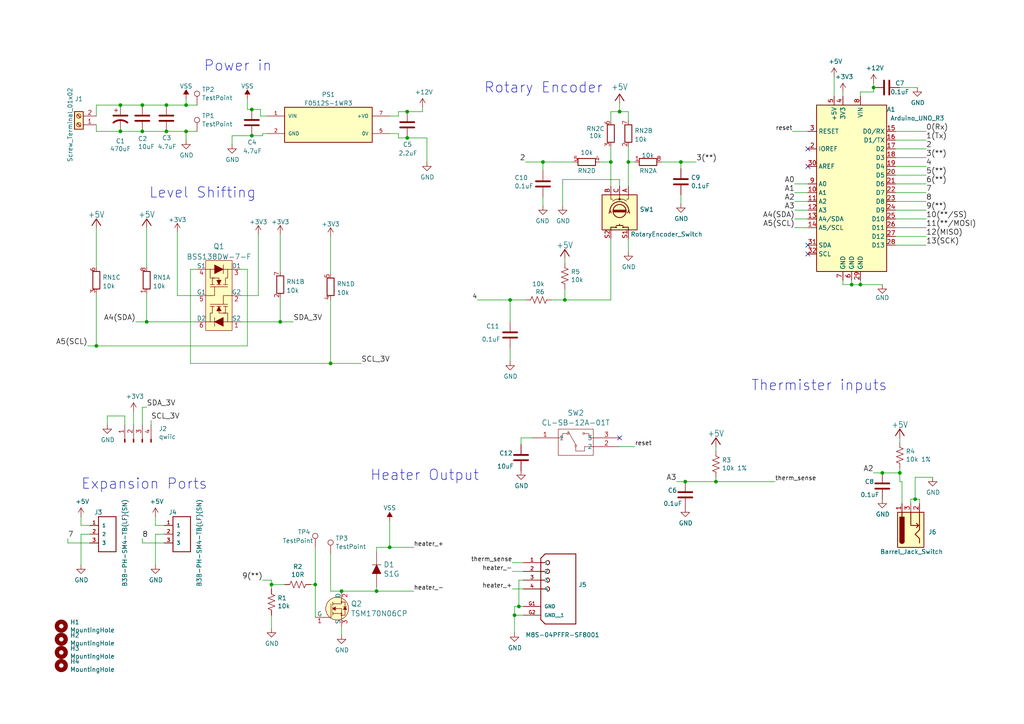
<source format=kicad_sch>
(kicad_sch (version 20230121) (generator eeschema)
  (paper "A4")
  (title_block (title "Ball Heater Controller") (date "2023-10-19") (rev "V 1") (company "Maimon Lab") (comment 1 "Jazz Weisman"))
  (lib_symbols
    (symbol "B3B-PH-SM4-TB_LF__SN_:B3B-PH-SM4-TB(LF)(SN)" (pin_names (offset 1.016))
      (property "Reference" "J" (at -2.54 5.588 0))
      (property "Value" "B3B-PH-SM4-TB(LF)(SN)" (at -2.54 -7.62 0))
      (symbol "B3B-PH-SM4-TB(LF)(SN)_0_0"
        (pin passive line (at -5.08 2.54 0) (length 2.54) (name "1") (number "1"))
        (pin passive line (at -5.08 0 0) (length 2.54) (name "2") (number "2"))
        (pin passive line (at -5.08 -2.54 0) (length 2.54) (name "3") (number "3"))
      )
    )
    (symbol "Connector:Barrel_Jack_Switch" (pin_names hide)
      (property "Reference" "J" (at 0 5.334 0))
      (property "Value" "Barrel_Jack_Switch" (at 0 -5.08 0))
      (symbol "Barrel_Jack_Switch_1_1"
        (pin passive line (at 7.62 2.54 180) (length 2.54) (name "~") (number "1"))
        (pin passive line (at 7.62 -2.54 180) (length 2.54) (name "~") (number "2"))
        (pin passive line (at 7.62 0 180) (length 2.54) (name "~") (number "3"))
      )
    )
    (symbol "Connector:Conn_01x04_Male" (pin_names (offset 1.016) hide)
      (property "Reference" "J" (at 0 5.08 0))
      (property "Value" "Conn_01x04_Male" (at 0 -7.62 0))
      (symbol "Conn_01x04_Male_1_1"
        (pin passive line (at 5.08 2.54 180) (length 3.81) (name "Pin_1") (number "1"))
        (pin passive line (at 5.08 0 180) (length 3.81) (name "Pin_2") (number "2"))
        (pin passive line (at 5.08 -2.54 180) (length 3.81) (name "Pin_3") (number "3"))
        (pin passive line (at 5.08 -5.08 180) (length 3.81) (name "Pin_4") (number "4"))
      )
    )
    (symbol "Connector:Screw_Terminal_01x02" (pin_names (offset 1.016) hide)
      (property "Reference" "J" (at 0 2.54 0))
      (property "Value" "Screw_Terminal_01x02" (at 0 -5.08 0))
      (symbol "Screw_Terminal_01x02_1_1"
        (pin passive line (at -5.08 0 0) (length 3.81) (name "Pin_1") (number "1"))
        (pin passive line (at -5.08 -2.54 0) (length 3.81) (name "Pin_2") (number "2"))
      )
    )
    (symbol "Connector:TestPoint" (pin_numbers hide) (pin_names (offset 0.762) hide)
      (property "Reference" "TP" (at 0 6.858 0))
      (property "Value" "TestPoint" (at 0 5.08 0))
      (symbol "TestPoint_1_1"
        (pin passive line (at 0 0 90) (length 2.54) (name "1") (number "1"))
      )
    )
    (symbol "Device:C" (pin_numbers hide) (pin_names (offset 0.254))
      (property "Reference" "C" (at 0.635 2.54 0))
      (property "Value" "C" (at 0.635 -2.54 0))
      (symbol "C_1_1"
        (pin passive line (at 0 3.81 270) (length 2.794) (name "~") (number "1"))
        (pin passive line (at 0 -3.81 90) (length 2.794) (name "~") (number "2"))
      )
    )
    (symbol "Device:R_Pack04_Split" (pin_names (offset 0) hide)
      (property "Reference" "RN" (at 2.032 0 90))
      (property "Value" "R_Pack04_Split" (at 0 0 90))
      (symbol "R_Pack04_Split_1_1"
        (pin passive line (at 0 -3.81 90) (length 1.27) (name "R1.1") (number "1"))
        (pin passive line (at 0 3.81 270) (length 1.27) (name "R1.2") (number "8"))
      )
      (symbol "R_Pack04_Split_2_1"
        (pin passive line (at 0 -3.81 90) (length 1.27) (name "R2.1") (number "2"))
        (pin passive line (at 0 3.81 270) (length 1.27) (name "R2.2") (number "7"))
      )
      (symbol "R_Pack04_Split_3_1"
        (pin passive line (at 0 -3.81 90) (length 1.27) (name "R3.1") (number "3"))
        (pin passive line (at 0 3.81 270) (length 1.27) (name "R3.2") (number "6"))
      )
      (symbol "R_Pack04_Split_4_1"
        (pin passive line (at 0 -3.81 90) (length 1.27) (name "R4.1") (number "4"))
        (pin passive line (at 0 3.81 270) (length 1.27) (name "R4.2") (number "5"))
      )
    )
    (symbol "Device:R_US" (pin_numbers hide) (pin_names (offset 0))
      (property "Reference" "R" (at 2.54 0 90))
      (property "Value" "R_US" (at -2.54 0 90))
      (symbol "R_US_1_1"
        (pin passive line (at 0 3.81 270) (length 1.27) (name "~") (number "1"))
        (pin passive line (at 0 -3.81 90) (length 1.27) (name "~") (number "2"))
      )
    )
    (symbol "Device:RotaryEncoder_Switch" (pin_names (offset 0.254) hide)
      (property "Reference" "SW" (at 0 6.604 0))
      (property "Value" "RotaryEncoder_Switch" (at 0 -6.604 0))
      (symbol "RotaryEncoder_Switch_1_1"
        (pin passive line (at -7.62 2.54 0) (length 2.54) (name "A") (number "A"))
        (pin passive line (at -7.62 -2.54 0) (length 2.54) (name "B") (number "B"))
        (pin passive line (at -7.62 0 0) (length 2.54) (name "C") (number "C"))
        (pin passive line (at 7.62 2.54 180) (length 2.54) (name "S1") (number "S1"))
        (pin passive line (at 7.62 -2.54 180) (length 2.54) (name "S2") (number "S2"))
      )
    )
    (symbol "Light-and-Sugar-Controller-rescue:Arduino_UNO_R3-MCU_Module"
      (property "Reference" "A" (at -5.08 26.67 0))
      (property "Value" "Arduino_UNO_R3-MCU_Module" (at -5.08 24.13 0))
      (symbol "Arduino_UNO_R3-MCU_Module_1_1"
        (pin no_connect line (at -12.7 -20.32 0) (length 2.54) hide (name "NC") (number "1"))
        (pin bidirectional line (at 12.7 -2.54 180) (length 2.54) (name "A1") (number "10"))
        (pin bidirectional line (at 12.7 -5.08 180) (length 2.54) (name "A2") (number "11"))
        (pin bidirectional line (at 12.7 -7.62 180) (length 2.54) (name "A3") (number "12"))
        (pin bidirectional line (at 12.7 -10.16 180) (length 2.54) (name "A4/SDA") (number "13"))
        (pin bidirectional line (at 12.7 -12.7 180) (length 2.54) (name "A5/SCL") (number "14"))
        (pin bidirectional line (at -12.7 15.24 0) (length 2.54) (name "D0/RX") (number "15"))
        (pin bidirectional line (at -12.7 12.7 0) (length 2.54) (name "D1/TX") (number "16"))
        (pin bidirectional line (at -12.7 10.16 0) (length 2.54) (name "D2") (number "17"))
        (pin bidirectional line (at -12.7 7.62 0) (length 2.54) (name "D3") (number "18"))
        (pin bidirectional line (at -12.7 5.08 0) (length 2.54) (name "D4") (number "19"))
        (pin output line (at 12.7 10.16 180) (length 2.54) (name "IOREF") (number "2"))
        (pin bidirectional line (at -12.7 2.54 0) (length 2.54) (name "D5") (number "20"))
        (pin bidirectional line (at -12.7 0 0) (length 2.54) (name "D6") (number "21"))
        (pin bidirectional line (at -12.7 -2.54 0) (length 2.54) (name "D7") (number "22"))
        (pin bidirectional line (at -12.7 -5.08 0) (length 2.54) (name "D8") (number "23"))
        (pin bidirectional line (at -12.7 -7.62 0) (length 2.54) (name "D9") (number "24"))
        (pin bidirectional line (at -12.7 -10.16 0) (length 2.54) (name "D10") (number "25"))
        (pin bidirectional line (at -12.7 -12.7 0) (length 2.54) (name "D11") (number "26"))
        (pin bidirectional line (at -12.7 -15.24 0) (length 2.54) (name "D12") (number "27"))
        (pin bidirectional line (at -12.7 -17.78 0) (length 2.54) (name "D13") (number "28"))
        (pin power_in line (at -2.54 -27.94 90) (length 2.54) (name "GND") (number "29"))
        (pin input line (at 12.7 15.24 180) (length 2.54) (name "RESET") (number "3"))
        (pin input line (at 12.7 5.08 180) (length 2.54) (name "AREF") (number "30"))
        (pin bidirectional line (at 12.7 -17.78 180) (length 2.54) (name "SDA") (number "31"))
        (pin bidirectional line (at 12.7 -20.32 180) (length 2.54) (name "SCL") (number "32"))
        (pin power_out line (at 2.54 25.4 270) (length 2.54) (name "3V3") (number "4"))
        (pin power_out line (at 5.08 25.4 270) (length 2.54) (name "+5V") (number "5"))
        (pin power_in line (at 0 -27.94 90) (length 2.54) (name "GND") (number "6"))
        (pin power_in line (at 2.54 -27.94 90) (length 2.54) (name "GND") (number "7"))
        (pin power_in line (at -2.54 25.4 270) (length 2.54) (name "VIN") (number "8"))
        (pin bidirectional line (at 12.7 0 180) (length 2.54) (name "A0") (number "9"))
      )
    )
    (symbol "Light-and-Sugar-Controller-rescue:CP1-Device" (pin_numbers hide) (pin_names (offset 0.254) hide)
      (property "Reference" "C" (at 0.635 2.54 0))
      (property "Value" "CP1-Device" (at 0.635 -2.54 0))
      (symbol "CP1-Device_1_1"
        (pin passive line (at 0 3.81 270) (length 2.794) (name "~") (number "1"))
        (pin passive line (at 0 -3.81 90) (length 3.302) (name "~") (number "2"))
      )
    )
    (symbol "Mechanical:MountingHole" (pin_names (offset 1.016))
      (property "Reference" "H" (at 0 5.08 0))
      (property "Value" "MountingHole" (at 0 3.175 0))
    )
    (symbol "Misc_Custom:CL-SB-12A-01T" (pin_names (offset 0.254))
      (property "Reference" "SW" (at 12.7 7.62 0))
      (property "Value" "CL-SB-12A-01T" (at 12.7 5.08 0))
      (symbol "CL-SB-12A-01T_0_1"
        (pin unspecified line (at 0 0 0) (length 7.62) (name "1") (number "1"))
        (pin unspecified line (at 25.4 -2.54 180) (length 7.62) (name "2") (number "2"))
        (pin unspecified line (at 25.4 0 180) (length 7.62) (name "3") (number "3"))
      )
    )
    (symbol "Misc_Custom:F0512S-1WR3" (pin_names (offset 1.016))
      (property "Reference" "PS" (at -12.7 6.35 0))
      (property "Value" "F0512S-1WR3" (at -12.7 -7.62 0))
      (symbol "F0512S-1WR3_0_0"
        (pin input line (at -17.78 2.54 0) (length 5.08) (name "VIN") (number "1"))
        (pin power_in line (at -17.78 -2.54 0) (length 5.08) (name "GND") (number "2"))
        (pin passive line (at 17.78 -2.54 180) (length 5.08) (name "0V") (number "5"))
        (pin output line (at 17.78 2.54 180) (length 5.08) (name "+VO") (number "7"))
      )
    )
    (symbol "Misc_Custom:M8S-04PFFR-SF8001" (pin_names (offset 1.016))
      (property "Reference" "J" (at -5.08 8.89 0))
      (property "Value" "M8S-04PFFR-SF8001" (at -5.08 -15.24 0))
      (symbol "M8S-04PFFR-SF8001_0_0"
        (pin passive line (at 10.16 5.08 180) (length 5.08) (name "1") (number "1"))
        (pin passive line (at 10.16 2.54 180) (length 5.08) (name "2") (number "2"))
        (pin passive line (at 10.16 0 180) (length 5.08) (name "3") (number "3"))
        (pin passive line (at 10.16 -2.54 180) (length 5.08) (name "4") (number "4"))
        (pin power_in line (at 10.16 -7.62 180) (length 5.08) (name "GND") (number "G1"))
        (pin power_in line (at 10.16 -10.16 180) (length 5.08) (name "GND__1") (number "G2"))
      )
    )
    (symbol "Misc_Custom:TSM170N06CP" (pin_names (offset 0))
      (property "Reference" "Q" (at -2.6924 3.6322 0))
      (property "Value" "TSM170N06CP" (at 3.4544 0 90))
      (symbol "TSM170N06CP_1_1"
        (pin bidirectional line (at -7.62 -2.54 0) (length 2.54) (name "G") (number "1"))
        (pin bidirectional line (at 0 5.08 270) (length 2.54) (name "D") (number "2"))
        (pin bidirectional line (at 0 -5.08 90) (length 2.54) (name "S") (number "3"))
      )
    )
    (symbol "ball_heater_controller-eagle-import:+5V" (power)
      (property "Value" "+5V" (at -2.54 -5.08 90))
      (symbol "+5V_1_0"
        (pin power_in line (at 0 -2.54 90) (length 2.54) (name "+5V") (number "1"))
      )
    )
    (symbol "dk_Diodes-Rectifiers-Single:S1G" (pin_numbers hide) (pin_names (offset 0) hide)
      (property "Reference" "D" (at 0 2.54 0))
      (property "Value" "S1G" (at 0 -2.54 0))
      (symbol "S1G_1_1"
        (pin passive line (at -5.08 0 0) (length 3.81) (name "~") (number "A"))
        (pin passive line (at 5.08 0 180) (length 3.81) (name "~") (number "K"))
      )
    )
    (symbol "dk_Transistors-FETs-MOSFETs-Arrays:BSS138DW-7-F" (pin_names (offset 0))
      (property "Reference" "Q" (at -5.08 8.89 0))
      (property "Value" "BSS138DW-7-F" (at -5.08 -15.24 0))
      (symbol "BSS138DW-7-F_1_1"
        (pin input line (at 5.08 -10.16 180) (length 2.54) (name "S2") (number "1"))
        (pin input line (at 5.08 -2.54 180) (length 2.54) (name "G2") (number "2"))
        (pin output line (at 5.08 5.08 180) (length 2.54) (name "D1") (number "3"))
        (pin input line (at -7.62 5.08 0) (length 2.54) (name "S1") (number "4"))
        (pin input line (at -7.62 -2.54 0) (length 2.54) (name "G1") (number "5"))
        (pin output line (at -7.62 -10.16 0) (length 2.54) (name "D2") (number "6"))
      )
    )
    (symbol "power:+12V" (power) (pin_names (offset 0))
      (property "Value" "+12V" (at 0 3.556 0))
      (symbol "+12V_1_1"
        (pin power_in line (at 0 0 90) (length 0) hide (name "+12V") (number "1"))
      )
    )
    (symbol "power:+3V3" (power) (pin_names (offset 0))
      (property "Value" "+3V3" (at 0 3.556 0))
      (symbol "+3V3_1_1"
        (pin power_in line (at 0 0 90) (length 0) hide (name "+3V3") (number "1"))
      )
    )
    (symbol "power:+5V" (power) (pin_names (offset 0))
      (property "Value" "+5V" (at 0 3.556 0))
      (symbol "+5V_1_1"
        (pin power_in line (at 0 0 90) (length 0) hide (name "+5V") (number "1"))
      )
    )
    (symbol "power:GND" (power) (pin_names (offset 0))
      (property "Value" "GND" (at 0 -3.81 0))
      (symbol "GND_1_1"
        (pin power_in line (at 0 0 270) (length 0) hide (name "GND") (number "1"))
      )
    )
    (symbol "power:VSS" (power) (pin_names (offset 0))
      (property "Value" "VSS" (at 0 3.81 0))
      (symbol "VSS_1_1"
        (pin power_in line (at 0 0 90) (length 0) hide (name "VSS") (number "1"))
      )
    )
  )
  (junction (at 163.83 86.995))
  (junction (at 150.495 175.895))
  (junction (at 177.165 46.99))
  (junction (at 197.485 46.99))
  (junction (at 41.275 30.48))
  (junction (at 249.555 82.55))
  (junction (at 198.755 139.7))
  (junction (at 253.365 25.4))
  (junction (at 91.44 169.545))
  (junction (at 95.885 105.41))
  (junction (at 118.11 40.005))
  (junction (at 78.74 169.545))
  (junction (at 48.26 38.1))
  (junction (at 53.975 38.1))
  (junction (at 34.925 30.48))
  (junction (at 48.26 30.48))
  (junction (at 34.925 38.1))
  (junction (at 41.275 38.1))
  (junction (at 260.985 137.16))
  (junction (at 157.48 46.99))
  (junction (at 182.245 46.99))
  (junction (at 53.975 30.48))
  (junction (at 73.025 39.37))
  (junction (at 73.025 31.75))
  (junction (at 149.225 178.435))
  (junction (at 109.22 171.45))
  (junction (at 99.06 171.45))
  (junction (at 247.015 82.55))
  (junction (at 42.545 93.345))
  (junction (at 265.43 144.78))
  (junction (at 207.645 139.7))
  (junction (at 255.905 137.16))
  (junction (at 113.03 158.75))
  (junction (at 147.955 86.995))
  (junction (at 118.11 32.385))
  (junction (at 179.705 32.385))
  (junction (at 27.94 100.33))
  (junction (at 81.28 93.345))
  (no_connect (at 234.315 73.66))
  (no_connect (at 234.315 43.18))
  (no_connect (at 234.315 71.12))
  (no_connect (at 234.315 48.26))
  (no_connect (at 179.705 127))
  (wire (pts (xy 78.74 182.245) (xy 78.74 178.435)))
  (wire (pts (xy 268.605 55.88) (xy 259.715 55.88)))
  (wire (pts (xy 163.83 74.93) (xy 163.83 76.2)))
  (wire (pts (xy 230.505 53.34) (xy 234.315 53.34)))
  (wire (pts (xy 77.47 33.655) (xy 75.565 33.655)))
  (wire (pts (xy 34.925 30.48) (xy 27.94 30.48)))
  (wire (pts (xy 268.605 71.12) (xy 259.715 71.12)))
  (wire (pts (xy 95.885 105.41) (xy 55.245 105.41)))
  (wire (pts (xy 27.94 100.33) (xy 25.4 100.33)))
  (wire (pts (xy 115.57 32.385) (xy 118.11 32.385)))
  (wire (pts (xy 118.11 40.005) (xy 123.825 40.005)))
  (wire (pts (xy 42.545 77.47) (xy 42.545 66.04)))
  (wire (pts (xy 261.62 139.7) (xy 260.985 139.7)))
  (wire (pts (xy 207.645 129.54) (xy 207.645 130.81)))
  (wire (pts (xy 34.925 30.48) (xy 41.275 30.48)))
  (wire (pts (xy 95.885 160.655) (xy 95.885 171.45)))
  (wire (pts (xy 95.885 68.58) (xy 95.885 79.375)))
  (wire (pts (xy 179.705 29.845) (xy 179.705 32.385)))
  (wire (pts (xy 259.715 68.58) (xy 268.605 68.58)))
  (wire (pts (xy 74.93 85.725) (xy 69.85 85.725)))
  (wire (pts (xy 113.03 33.655) (xy 115.57 33.655)))
  (wire (pts (xy 55.245 78.105) (xy 57.15 78.105)))
  (wire (pts (xy 109.22 171.45) (xy 120.015 171.45)))
  (wire (pts (xy 259.715 50.8) (xy 268.605 50.8)))
  (wire (pts (xy 148.59 165.735) (xy 151.765 165.735)))
  (wire (pts (xy 138.43 86.995) (xy 147.955 86.995)))
  (wire (pts (xy 75.565 31.75) (xy 73.025 31.75)))
  (wire (pts (xy 259.715 38.1) (xy 268.605 38.1)))
  (wire (pts (xy 41.275 118.11) (xy 42.545 118.11)))
  (wire (pts (xy 53.975 38.1) (xy 57.15 38.1)))
  (wire (pts (xy 163.83 83.82) (xy 163.83 86.995)))
  (wire (pts (xy 265.43 138.43) (xy 265.43 144.78)))
  (wire (pts (xy 115.57 40.005) (xy 115.57 38.735)))
  (wire (pts (xy 71.755 78.105) (xy 71.755 100.33)))
  (wire (pts (xy 81.28 93.345) (xy 85.09 93.345)))
  (wire (pts (xy 152.4 86.995) (xy 147.955 86.995)))
  (wire (pts (xy 234.315 60.96) (xy 230.505 60.96)))
  (wire (pts (xy 177.165 42.545) (xy 177.165 46.99)))
  (wire (pts (xy 253.365 137.16) (xy 255.905 137.16)))
  (wire (pts (xy 150.495 168.275) (xy 150.495 175.895)))
  (wire (pts (xy 23.495 154.94) (xy 23.495 163.83)))
  (wire (pts (xy 74.93 67.945) (xy 74.93 85.725)))
  (wire (pts (xy 27.94 38.1) (xy 34.925 38.1)))
  (wire (pts (xy 115.57 38.735) (xy 113.03 38.735)))
  (wire (pts (xy 41.275 38.1) (xy 48.26 38.1)))
  (wire (pts (xy 249.555 82.55) (xy 255.905 82.55)))
  (wire (pts (xy 27.94 36.195) (xy 27.94 38.1)))
  (wire (pts (xy 260.985 137.16) (xy 260.985 139.7)))
  (wire (pts (xy 184.15 129.54) (xy 179.705 129.54)))
  (wire (pts (xy 48.26 30.48) (xy 53.975 30.48)))
  (wire (pts (xy 27.94 66.04) (xy 27.94 77.47)))
  (wire (pts (xy 95.885 171.45) (xy 99.06 171.45)))
  (wire (pts (xy 247.015 81.28) (xy 247.015 82.55)))
  (wire (pts (xy 55.245 105.41) (xy 55.245 78.105)))
  (wire (pts (xy 53.975 28.575) (xy 53.975 30.48)))
  (wire (pts (xy 147.955 86.995) (xy 147.955 93.345)))
  (wire (pts (xy 163.83 86.995) (xy 177.165 86.995)))
  (wire (pts (xy 265.43 138.43) (xy 270.51 138.43)))
  (wire (pts (xy 259.715 45.72) (xy 268.605 45.72)))
  (wire (pts (xy 260.985 127) (xy 260.985 128.27)))
  (wire (pts (xy 160.02 86.995) (xy 163.83 86.995)))
  (wire (pts (xy 71.755 100.33) (xy 27.94 100.33)))
  (wire (pts (xy 41.275 157.48) (xy 47.625 157.48)))
  (wire (pts (xy 179.705 52.07) (xy 179.705 53.975)))
  (wire (pts (xy 259.715 43.18) (xy 268.605 43.18)))
  (wire (pts (xy 115.57 40.005) (xy 118.11 40.005)))
  (wire (pts (xy 81.28 86.36) (xy 81.28 93.345)))
  (wire (pts (xy 230.505 58.42) (xy 234.315 58.42)))
  (wire (pts (xy 76.2 39.37) (xy 73.025 39.37)))
  (wire (pts (xy 249.555 26.67) (xy 249.555 27.94)))
  (wire (pts (xy 253.365 25.4) (xy 253.365 26.67)))
  (wire (pts (xy 177.165 32.385) (xy 179.705 32.385)))
  (wire (pts (xy 69.85 93.345) (xy 81.28 93.345)))
  (wire (pts (xy 81.28 67.945) (xy 81.28 78.74)))
  (wire (pts (xy 207.645 138.43) (xy 207.645 139.7)))
  (wire (pts (xy 182.245 46.99) (xy 182.245 53.975)))
  (wire (pts (xy 41.275 30.48) (xy 48.26 30.48)))
  (wire (pts (xy 47.625 154.94) (xy 45.085 154.94)))
  (wire (pts (xy 234.315 55.88) (xy 230.505 55.88)))
  (wire (pts (xy 179.705 32.385) (xy 182.245 32.385)))
  (wire (pts (xy 31.115 120.65) (xy 36.195 120.65)))
  (wire (pts (xy 38.735 123.19) (xy 38.735 119.38)))
  (wire (pts (xy 122.555 31.115) (xy 122.555 32.385)))
  (wire (pts (xy 157.48 57.15) (xy 157.48 59.69)))
  (wire (pts (xy 77.47 38.735) (xy 76.2 38.735)))
  (wire (pts (xy 69.85 78.105) (xy 71.755 78.105)))
  (wire (pts (xy 163.195 59.69) (xy 163.195 52.07)))
  (wire (pts (xy 39.37 93.345) (xy 42.545 93.345)))
  (wire (pts (xy 75.565 33.655) (xy 75.565 31.75)))
  (wire (pts (xy 42.545 85.09) (xy 42.545 93.345)))
  (wire (pts (xy 157.48 46.99) (xy 166.37 46.99)))
  (wire (pts (xy 104.775 105.41) (xy 95.885 105.41)))
  (wire (pts (xy 78.74 169.545) (xy 78.74 170.815)))
  (wire (pts (xy 43.815 121.92) (xy 43.815 123.19)))
  (wire (pts (xy 149.225 178.435) (xy 149.225 183.515)))
  (wire (pts (xy 99.06 171.45) (xy 109.22 171.45)))
  (wire (pts (xy 31.115 120.65) (xy 31.115 123.19)))
  (wire (pts (xy 67.31 39.37) (xy 73.025 39.37)))
  (wire (pts (xy 268.605 48.26) (xy 259.715 48.26)))
  (wire (pts (xy 123.825 40.005) (xy 123.825 46.99)))
  (wire (pts (xy 53.975 40.64) (xy 53.975 38.1)))
  (wire (pts (xy 34.925 38.1) (xy 41.275 38.1)))
  (wire (pts (xy 19.685 157.48) (xy 19.685 156.21)))
  (wire (pts (xy 191.77 46.99) (xy 197.485 46.99)))
  (wire (pts (xy 207.645 139.7) (xy 224.79 139.7)))
  (wire (pts (xy 109.22 158.75) (xy 113.03 158.75)))
  (wire (pts (xy 229.87 38.1) (xy 234.315 38.1)))
  (wire (pts (xy 78.74 168.275) (xy 78.74 169.545)))
  (wire (pts (xy 122.555 32.385) (xy 118.11 32.385)))
  (wire (pts (xy 151.765 178.435) (xy 149.225 178.435)))
  (wire (pts (xy 182.245 46.99) (xy 184.15 46.99)))
  (wire (pts (xy 261.62 146.05) (xy 261.62 139.7)))
  (wire (pts (xy 109.22 171.45) (xy 109.22 170.18)))
  (wire (pts (xy 182.245 42.545) (xy 182.245 46.99)))
  (wire (pts (xy 230.505 63.5) (xy 234.315 63.5)))
  (wire (pts (xy 91.44 169.545) (xy 91.44 179.07)))
  (wire (pts (xy 45.085 152.4) (xy 45.085 149.86)))
  (wire (pts (xy 27.94 30.48) (xy 27.94 33.655)))
  (wire (pts (xy 249.555 81.28) (xy 249.555 82.55)))
  (wire (pts (xy 197.485 48.895) (xy 197.485 46.99)))
  (wire (pts (xy 253.365 24.13) (xy 253.365 25.4)))
  (wire (pts (xy 91.44 158.75) (xy 91.44 169.545)))
  (wire (pts (xy 76.2 168.275) (xy 78.74 168.275)))
  (wire (pts (xy 182.245 69.215) (xy 182.245 73.025)))
  (wire (pts (xy 157.48 49.53) (xy 157.48 46.99)))
  (wire (pts (xy 148.59 163.195) (xy 151.765 163.195)))
  (wire (pts (xy 163.195 52.07) (xy 179.705 52.07)))
  (wire (pts (xy 19.685 157.48) (xy 26.035 157.48)))
  (wire (pts (xy 198.755 139.7) (xy 207.645 139.7)))
  (wire (pts (xy 197.485 46.99) (xy 201.93 46.99)))
  (wire (pts (xy 51.435 67.31) (xy 51.435 85.725)))
  (wire (pts (xy 149.225 175.895) (xy 149.225 178.435)))
  (wire (pts (xy 244.475 82.55) (xy 247.015 82.55)))
  (wire (pts (xy 26.035 154.94) (xy 23.495 154.94)))
  (wire (pts (xy 197.485 56.515) (xy 197.485 59.055)))
  (wire (pts (xy 173.99 46.99) (xy 177.165 46.99)))
  (wire (pts (xy 260.985 135.89) (xy 260.985 137.16)))
  (wire (pts (xy 259.715 58.42) (xy 268.605 58.42)))
  (wire (pts (xy 109.22 160.02) (xy 109.22 158.75)))
  (wire (pts (xy 264.16 144.78) (xy 265.43 144.78)))
  (wire (pts (xy 177.165 34.925) (xy 177.165 32.385)))
  (wire (pts (xy 268.605 40.64) (xy 259.715 40.64)))
  (wire (pts (xy 196.215 139.7) (xy 198.755 139.7)))
  (wire (pts (xy 247.015 82.55) (xy 249.555 82.55)))
  (wire (pts (xy 149.225 175.895) (xy 150.495 175.895)))
  (wire (pts (xy 182.245 32.385) (xy 182.245 34.925)))
  (wire (pts (xy 177.165 69.215) (xy 177.165 86.995)))
  (wire (pts (xy 265.43 144.78) (xy 266.7 144.78)))
  (wire (pts (xy 41.275 123.19) (xy 41.275 118.11)))
  (wire (pts (xy 266.065 25.4) (xy 260.985 25.4)))
  (wire (pts (xy 71.755 28.575) (xy 71.755 31.75)))
  (wire (pts (xy 151.765 168.275) (xy 150.495 168.275)))
  (wire (pts (xy 45.085 154.94) (xy 45.085 163.83)))
  (wire (pts (xy 150.495 175.895) (xy 151.765 175.895)))
  (wire (pts (xy 113.03 151.13) (xy 113.03 158.75)))
  (wire (pts (xy 268.605 66.04) (xy 259.715 66.04)))
  (wire (pts (xy 99.06 181.61) (xy 99.06 184.15)))
  (wire (pts (xy 113.03 158.75) (xy 120.015 158.75)))
  (wire (pts (xy 266.7 144.78) (xy 266.7 146.05)))
  (wire (pts (xy 48.26 38.1) (xy 53.975 38.1)))
  (wire (pts (xy 259.715 53.34) (xy 268.605 53.34)))
  (wire (pts (xy 253.365 26.67) (xy 249.555 26.67)))
  (wire (pts (xy 259.715 63.5) (xy 268.605 63.5)))
  (wire (pts (xy 264.16 146.05) (xy 264.16 144.78)))
  (wire (pts (xy 42.545 93.345) (xy 57.15 93.345)))
  (wire (pts (xy 27.94 85.09) (xy 27.94 100.33)))
  (wire (pts (xy 76.2 38.735) (xy 76.2 39.37)))
  (wire (pts (xy 26.035 152.4) (xy 23.495 152.4)))
  (wire (pts (xy 115.57 33.655) (xy 115.57 32.385)))
  (wire (pts (xy 148.59 170.815) (xy 151.765 170.815)))
  (wire (pts (xy 71.755 31.75) (xy 73.025 31.75)))
  (wire (pts (xy 147.955 104.775) (xy 147.955 100.965)))
  (wire (pts (xy 95.885 86.995) (xy 95.885 105.41)))
  (wire (pts (xy 82.55 169.545) (xy 78.74 169.545)))
  (wire (pts (xy 51.435 85.725) (xy 57.15 85.725)))
  (wire (pts (xy 151.13 127) (xy 154.305 127)))
  (wire (pts (xy 23.495 152.4) (xy 23.495 149.86)))
  (wire (pts (xy 151.13 128.905) (xy 151.13 127)))
  (wire (pts (xy 268.605 60.96) (xy 259.715 60.96)))
  (wire (pts (xy 67.31 41.91) (xy 67.31 39.37)))
  (wire (pts (xy 41.275 156.21) (xy 41.275 157.48)))
  (wire (pts (xy 47.625 152.4) (xy 45.085 152.4)))
  (wire (pts (xy 241.935 22.225) (xy 241.935 27.94)))
  (wire (pts (xy 234.315 66.04) (xy 230.505 66.04)))
  (wire (pts (xy 152.4 46.99) (xy 157.48 46.99)))
  (wire (pts (xy 91.44 169.545) (xy 90.17 169.545)))
  (wire (pts (xy 255.905 137.16) (xy 260.985 137.16)))
  (wire (pts (xy 53.975 30.48) (xy 57.15 30.48)))
  (wire (pts (xy 36.195 120.65) (xy 36.195 123.19)))
  (wire (pts (xy 244.475 26.67) (xy 244.475 27.94)))
  (wire (pts (xy 177.165 46.99) (xy 177.165 53.975)))
  (wire (pts (xy 244.475 81.28) (xy 244.475 82.55)))
  (text "Power in" (at 59.055 20.955 0) (effects (font (size 2.9972 2.9972)) (justify left bottom)))
  (text "Heater Output" (at 107.315 139.7 0) (effects (font (size 2.9972 2.9972)) (justify left bottom)))
  (text "Thermister inputs" (at 217.805 113.665 0) (effects (font (size 2.9972 2.9972)) (justify left bottom)))
  (text "Expansion Ports" (at 23.495 142.24 0) (effects (font (size 2.9972 2.9972)) (justify left bottom)))
  (text "Rotary Encoder" (at 140.335 27.305 0) (effects (font (size 2.9972 2.9972)) (justify left bottom)))
  (text "Level Shifting" (at 43.18 57.785 0) (effects (font (size 2.9972 2.9972)) (justify left bottom)))
  (label "A4(SDA)" (at 230.505 63.5 180) (effects (font (size 1.524 1.524))))
  (label "12(MISO)" (at 268.605 68.58 0) (effects (font (size 1.524 1.524))))
  (label "5(**)" (at 268.605 50.8 0) (effects (font (size 1.524 1.524))))
  (label "A3" (at 196.215 139.7 180) (effects (font (size 1.524 1.524))))
  (label "A5(SCL)" (at 25.4 100.33 180) (effects (font (size 1.524 1.524))))
  (label "7" (at 268.605 55.88 0) (effects (font (size 1.524 1.524))))
  (label "1(Tx)" (at 268.605 40.64 0) (effects (font (size 1.524 1.524))))
  (label "3(**)" (at 268.605 45.72 0) (effects (font (size 1.524 1.524))))
  (label "9(**)" (at 76.2 168.275 180) (effects (font (size 1.524 1.524))))
  (label "reset" (at 184.15 129.54 0))
  (label "A2" (at 253.365 137.16 180) (effects (font (size 1.524 1.524))))
  (label "therm_sense" (at 224.79 139.7 0))
  (label "3(**)" (at 201.93 46.99 0) (effects (font (size 1.524 1.524))))
  (label "A5(SCL)" (at 230.505 66.04 180) (effects (font (size 1.524 1.524))))
  (label "A2" (at 230.505 58.42 180) (effects (font (size 1.524 1.524))))
  (label "8" (at 268.605 58.42 0) (effects (font (size 1.524 1.524))))
  (label "SDA_3V" (at 85.09 93.345 0) (effects (font (size 1.524 1.524))))
  (label "reset" (at 229.87 38.1 180))
  (label "SDA_3V" (at 42.545 118.11 0) (effects (font (size 1.524 1.524))))
  (label "13(SCK)" (at 268.605 71.12 0) (effects (font (size 1.524 1.524))))
  (label "heater_-" (at 148.59 165.735 180))
  (label "A3" (at 230.505 60.96 180) (effects (font (size 1.524 1.524))))
  (label "2" (at 152.4 46.99 180) (effects (font (size 1.524 1.524))))
  (label "7" (at 19.685 156.21 0) (effects (font (size 1.524 1.524))))
  (label "0(Rx)" (at 268.605 38.1 0) (effects (font (size 1.524 1.524))))
  (label "4" (at 138.43 86.995 180))
  (label "A0" (at 230.505 53.34 180) (effects (font (size 1.524 1.524))))
  (label "2" (at 268.605 43.18 0) (effects (font (size 1.524 1.524))))
  (label "heater_+" (at 148.59 170.815 180))
  (label "4" (at 268.605 48.26 0) (effects (font (size 1.524 1.524))))
  (label "SCL_3V" (at 104.775 105.41 0) (effects (font (size 1.524 1.524))))
  (label "A1" (at 230.505 55.88 180) (effects (font (size 1.524 1.524))))
  (label "10(**/SS)" (at 268.605 63.5 0) (effects (font (size 1.524 1.524))))
  (label "A4(SDA)" (at 39.37 93.345 180) (effects (font (size 1.524 1.524))))
  (label "6(**)" (at 268.605 53.34 0) (effects (font (size 1.524 1.524))))
  (label "9(**)" (at 268.605 60.96 0) (effects (font (size 1.524 1.524))))
  (label "heater_-" (at 120.015 171.45 0))
  (label "8" (at 41.275 156.21 0) (effects (font (size 1.524 1.524))))
  (label "11(**/MOSI)" (at 268.605 66.04 0) (effects (font (size 1.524 1.524))))
  (label "heater_+" (at 120.015 158.75 0))
  (label "SCL_3V" (at 43.815 121.92 0) (effects (font (size 1.524 1.524))))
  (label "therm_sense" (at 148.59 163.195 180))
  (symbol (lib_id "power:GND") (at 67.31 41.91 0) (unit 1)
    (property "Reference" "#PWR010" (effects hide))
    (property "Value" "GND" (at 67.437 46.3042 0))
  )
  (symbol (lib_id "Device:C") (at 157.48 53.34 0) (mirror y) (unit 1)
    (property "Reference" "C10" (at 149.225 51.5508 0) (effects (justify right)))
    (property "Value" "0.1uF" (at 149.225 53.975 0) (effects (justify right)))
    (property "Footprint" "Capacitor_SMD:C_0805_2012Metric_Pad1.18x1.45mm_HandSolder" (effects hide))
  )
  (symbol (lib_id "power:GND") (at 151.13 136.525 0) (unit 1)
    (property "Reference" "#PWR030" (effects hide))
    (property "Value" "GND" (at 151.257 140.9192 0))
  )
  (symbol (lib_id "power:GND") (at 197.485 59.055 0) (unit 1)
    (property "Reference" "#PWR027" (effects hide))
    (property "Value" "GND" (at 197.612 63.4492 0))
  )
  (symbol (lib_id "power:+3V3") (at 244.475 26.67 0) (unit 1)
    (property "Reference" "#PWR019" (effects hide))
    (property "Value" "+3V3" (at 244.856 22.2758 0))
  )
  (symbol (lib_id "Device:R_Pack04_Split") (at 177.165 38.735 0) (mirror y) (unit 3)
    (property "Reference" "RN2" (at 172.72 37.3492 0))
    (property "Value" "10k" (at 172.72 39.37 0))
    (property "Footprint" "Resistor_SMD:R_Array_Convex_4x1206" (effects hide))
  )
  (symbol (lib_id "power:GND") (at 157.48 59.69 0) (mirror y) (unit 1)
    (property "Reference" "#PWR028" (effects hide))
    (property "Value" "GND" (at 157.353 64.0842 0))
  )
  (symbol (lib_id "power:GND") (at 182.245 73.025 0) (unit 1)
    (property "Reference" "#PWR020" (effects hide))
    (property "Value" "GND" (at 182.372 77.4192 0))
  )
  (symbol (lib_id "power:GND") (at 23.495 163.83 0) (unit 1)
    (property "Reference" "#PWR03" (effects hide))
    (property "Value" "GND" (at 23.622 168.2242 0))
  )
  (symbol (lib_id "Device:C") (at 198.755 143.51 0) (unit 1)
    (property "Reference" "C6" (at 193.675 142.24 0) (effects (justify left)))
    (property "Value" "0.1uF" (at 192.405 146.05 0) (effects (justify left)))
    (property "Footprint" "Capacitor_SMD:C_0805_2012Metric_Pad1.18x1.45mm_HandSolder" (effects hide))
  )
  (symbol (lib_id "power:GND") (at 255.905 144.78 0) (unit 1)
    (property "Reference" "#PWR023" (effects hide))
    (property "Value" "GND" (at 256.032 149.1742 0))
  )
  (symbol (lib_id "Device:C") (at 257.175 25.4 270) (unit 1)
    (property "Reference" "C7" (at 260.985 24.13 90))
    (property "Value" "0.1uF" (at 260.985 26.67 90))
    (property "Footprint" "Capacitor_SMD:C_0805_2012Metric_Pad1.18x1.45mm_HandSolder" (effects hide))
  )
  (symbol (lib_id "Device:R_US") (at 156.21 86.995 90) (unit 1)
    (property "Reference" "R6" (at 157.9753 84.6709 90) (effects (justify left)))
    (property "Value" "10k" (at 157.9753 82.3595 90) (effects (justify left)))
    (property "Footprint" "Resistor_SMD:R_0805_2012Metric_Pad1.20x1.40mm_HandSolder" (effects hide))
  )
  (symbol (lib_id "Misc_Custom:CL-SB-12A-01T") (at 154.305 127 0) (unit 1)
    (property "Reference" "SW2" (at 167.005 119.7663 0) (effects (font (size 1.524 1.524))))
    (property "Value" "CL-SB-12A-01T" (at 167.005 122.5991 0) (effects (font (size 1.524 1.524))))
    (property "Footprint" "Misc_custom:CL-SB-12A-01T" (effects hide))
    (property "Datasheet" "CL-SB-12A-01T" (effects hide))
  )
  (symbol (lib_id "ball_heater_controller-eagle-import:+5V") (at 163.83 72.39 0) (unit 1)
    (property "Reference" "#P+06" (effects hide))
    (property "Value" "+5V" (at 163.83 71.1236 0) (effects (font (size 1.778 1.5113))))
    (property "Footprint" "ball_heater_controller:" (effects hide))
  )
  (symbol (lib_id "power:+12V") (at 253.365 24.13 0) (unit 1)
    (property "Reference" "#PWR021" (effects hide))
    (property "Value" "+12V" (at 253.746 19.7358 0))
  )
  (symbol (lib_id "ball_heater_controller-eagle-import:+5V") (at 207.645 127 0) (unit 1)
    (property "Reference" "#P+03" (effects hide))
    (property "Value" "+5V" (at 207.645 125.7336 0) (effects (font (size 1.778 1.5113))))
    (property "Footprint" "ball_heater_controller:" (effects hide))
  )
  (symbol (lib_id "power:GND") (at 163.195 59.69 0) (unit 1)
    (property "Reference" "#PWR024" (effects hide))
    (property "Value" "GND" (at 163.322 64.0842 0))
  )
  (symbol (lib_id "Mechanical:MountingHole") (at 17.78 181.61 0) (unit 1)
    (property "Reference" "H1" (at 20.32 180.4416 0) (effects (justify left)))
    (property "Value" "MountingHole" (at 20.32 182.753 0) (effects (justify left)))
    (property "Footprint" "MountingHole:MountingHole_3.7mm" (effects hide))
  )
  (symbol (lib_id "Connector:TestPoint") (at 57.15 30.48 0) (unit 1)
    (property "Reference" "TP2" (at 58.547 25.9659 0) (effects (justify left)))
    (property "Value" "TestPoint" (at 58.547 28.3901 0) (effects (justify left)))
    (property "Footprint" "TestPoint:TestPoint_Loop_D2.60mm_Drill1.6mm_Beaded" (effects hide))
  )
  (symbol (lib_id "Device:R_Pack04_Split") (at 27.94 81.28 0) (unit 3)
    (property "Reference" "RN1" (at 29.718 80.4453 0) (effects (justify left)))
    (property "Value" "10k" (at 29.718 82.9822 0) (effects (justify left)))
    (property "Footprint" "Resistor_SMD:R_Array_Convex_4x1206" (effects hide))
  )
  (symbol (lib_id "power:+3V3") (at 81.28 67.945 0) (unit 1)
    (property "Reference" "#PWR013" (effects hide))
    (property "Value" "+3V3" (at 81.28 64.3692 0))
  )
  (symbol (lib_id "Device:C") (at 41.275 34.29 0) (unit 1)
    (property "Reference" "C2" (at 40.005 40.2336 0) (effects (justify left)))
    (property "Value" "10uF" (at 40.005 42.545 0) (effects (justify left)))
    (property "Footprint" "Capacitor_SMD:C_0805_2012Metric_Pad1.18x1.45mm_HandSolder" (effects hide))
  )
  (symbol (lib_id "Connector:TestPoint") (at 57.15 38.1 0) (unit 1)
    (property "Reference" "TP1" (at 58.547 33.5859 0) (effects (justify left)))
    (property "Value" "TestPoint" (at 58.547 36.0101 0) (effects (justify left)))
    (property "Footprint" "TestPoint:TestPoint_Loop_D2.60mm_Drill1.6mm_Beaded" (effects hide))
  )
  (symbol (lib_id "Device:C") (at 118.11 36.195 0) (unit 1)
    (property "Reference" "C5" (at 116.84 41.91 0) (effects (justify left)))
    (property "Value" "2.2uF" (at 115.57 44.45 0) (effects (justify left)))
    (property "Footprint" "Capacitor_SMD:C_0805_2012Metric_Pad1.18x1.45mm_HandSolder" (effects hide))
  )
  (symbol (lib_id "Device:RotaryEncoder_Switch") (at 179.705 61.595 270) (unit 1)
    (property "Reference" "SW1" (at 185.547 60.7603 90) (effects (justify left)))
    (property "Value" "RotaryEncoder_Switch" (at 182.88 67.945 90) (effects (justify left)))
    (property "Footprint" "Rotary_Encoder:RotaryEncoder_Bourns_Horizontal_PEC09-2xxxF-Sxxxx" (effects hide))
  )
  (symbol (lib_id "Device:C") (at 151.13 132.715 0) (unit 1)
    (property "Reference" "C12" (at 144.78 131.445 0) (effects (justify left)))
    (property "Value" "10uF" (at 144.145 135.255 0) (effects (justify left)))
    (property "Footprint" "Capacitor_SMD:C_0805_2012Metric_Pad1.18x1.45mm_HandSolder" (effects hide))
  )
  (symbol (lib_id "power:+5V") (at 45.085 149.86 0) (unit 1)
    (property "Reference" "#PWR07" (effects hide))
    (property "Value" "+5V" (at 45.466 145.4658 0))
  )
  (symbol (lib_id "Mechanical:MountingHole") (at 17.78 189.23 0) (unit 1)
    (property "Reference" "H3" (at 20.32 188.0616 0) (effects (justify left)))
    (property "Value" "MountingHole" (at 20.32 190.373 0) (effects (justify left)))
    (property "Footprint" "MountingHole:MountingHole_3.7mm" (effects hide))
  )
  (symbol (lib_id "power:GND") (at 255.905 82.55 0) (unit 1)
    (property "Reference" "#PWR022" (effects hide))
    (property "Value" "GND" (at 255.905 86.36 0))
  )
  (symbol (lib_id "Device:R_US") (at 78.74 174.625 180) (unit 1)
    (property "Reference" "R1" (at 80.4672 173.4566 0) (effects (justify right)))
    (property "Value" "10k" (at 80.4672 175.768 0) (effects (justify right)))
    (property "Footprint" "Resistor_SMD:R_0805_2012Metric_Pad1.20x1.40mm_HandSolder" (effects hide))
  )
  (symbol (lib_id "power:+3V3") (at 51.435 67.31 0) (unit 1)
    (property "Reference" "#PWR09" (effects hide))
    (property "Value" "+3V3" (at 51.435 63.7342 0))
  )
  (symbol (lib_id "B3B-PH-SM4-TB_LF__SN_:B3B-PH-SM4-TB(LF)(SN)") (at 52.705 154.94 0) (unit 1)
    (property "Reference" "J4" (at 48.895 148.59 0) (effects (justify left)))
    (property "Value" "B3B-PH-SM4-TB(LF)(SN)" (at 57.785 170.18 90) (effects (justify left)))
    (property "Footprint" "Connector_JST:JST_PH_B3B-PH-SM4-TB_1x03-1MP_P2.00mm_Vertical" (effects hide))
    (property "Datasheet" "https://www.digikey.com/product-detail/en/jst-sales-america-inc/B3B-PH-SM4-TB_LF__SN_/455-1735-1-ND/926832?utm_source=snapeda&utm_medium=aggregator&utm_campaign=symbol" (effects hide))
    (property "Field4" "B3B-PH-SM4-TB_LF__SN_" (effects hide))
    (property "Field5" "PH Series 3 Position 2 mm Pitch Crimp Surface Mount Top Entry Shrouded Header" (effects hide))
    (property "Field6" "2010 JST" (effects hide))
    (property "Field7" "JST Sales" (effects hide))
    (property "Field8" "455-1735-1-ND" (effects hide))
  )
  (symbol (lib_id "Device:C") (at 255.905 140.97 0) (unit 1)
    (property "Reference" "C8" (at 250.825 139.7 0) (effects (justify left)))
    (property "Value" "0.1uF" (at 249.555 143.51 0) (effects (justify left)))
    (property "Footprint" "Capacitor_SMD:C_0805_2012Metric_Pad1.18x1.45mm_HandSolder" (effects hide))
  )
  (symbol (lib_id "Device:C") (at 147.955 97.155 0) (unit 1)
    (property "Reference" "C11" (at 140.97 94.615 0) (effects (justify left)))
    (property "Value" "0.1uF" (at 139.7 98.425 0) (effects (justify left)))
    (property "Footprint" "Capacitor_SMD:C_0805_2012Metric_Pad1.18x1.45mm_HandSolder" (effects hide))
  )
  (symbol (lib_id "power:GND") (at 270.51 138.43 0) (unit 1)
    (property "Reference" "#PWR026" (effects hide))
    (property "Value" "GND" (at 270.637 142.8242 0))
  )
  (symbol (lib_id "Device:R_US") (at 260.985 132.08 0) (unit 1)
    (property "Reference" "R4" (at 262.7122 130.9116 0) (effects (justify left)))
    (property "Value" "10k 1%" (at 262.7122 133.223 0) (effects (justify left)))
    (property "Footprint" "Resistor_SMD:R_0805_2012Metric_Pad1.20x1.40mm_HandSolder" (effects hide))
  )
  (symbol (lib_id "power:+5V") (at 23.495 149.86 0) (unit 1)
    (property "Reference" "#PWR02" (effects hide))
    (property "Value" "+5V" (at 23.876 145.4658 0))
  )
  (symbol (lib_id "power:+3V3") (at 74.93 67.945 0) (unit 1)
    (property "Reference" "#PWR012" (effects hide))
    (property "Value" "+3V3" (at 74.93 64.3692 0))
  )
  (symbol (lib_id "power:GND") (at 31.115 123.19 0) (unit 1)
    (property "Reference" "#PWR01" (effects hide))
    (property "Value" "GND" (at 31.242 127.5842 0))
  )
  (symbol (lib_id "Device:C") (at 197.485 52.705 0) (unit 1)
    (property "Reference" "C9" (at 200.406 51.4929 0) (effects (justify left)))
    (property "Value" "0.1uF" (at 200.406 53.9171 0) (effects (justify left)))
    (property "Footprint" "Capacitor_SMD:C_0805_2012Metric_Pad1.18x1.45mm_HandSolder" (effects hide))
  )
  (symbol (lib_id "power:GND") (at 149.225 183.515 0) (unit 1)
    (property "Reference" "#U04" (effects hide))
    (property "Value" "GND" (at 149.352 187.9092 0))
  )
  (symbol (lib_id "Device:R_US") (at 163.83 80.01 0) (unit 1)
    (property "Reference" "R5" (at 165.5572 78.8416 0) (effects (justify left)))
    (property "Value" "10k" (at 165.5572 81.153 0) (effects (justify left)))
    (property "Footprint" "Resistor_SMD:R_0805_2012Metric_Pad1.20x1.40mm_HandSolder" (effects hide))
  )
  (symbol (lib_id "Connector:TestPoint") (at 91.44 158.75 0) (unit 1)
    (property "Reference" "TP4" (at 86.36 154.305 0) (effects (justify left)))
    (property "Value" "TestPoint" (at 81.915 156.845 0) (effects (justify left)))
    (property "Footprint" "TestPoint:TestPoint_Loop_D2.60mm_Drill1.6mm_Beaded" (effects hide))
  )
  (symbol (lib_id "power:VSS") (at 53.975 28.575 0) (unit 1)
    (property "Reference" "#PWR05" (effects hide))
    (property "Value" "VSS" (at 53.975 24.9992 0))
  )
  (symbol (lib_id "Device:C") (at 48.26 34.29 0) (unit 1)
    (property "Reference" "C3" (at 46.99 40.005 0) (effects (justify left)))
    (property "Value" "4.7uF" (at 45.72 42.545 0) (effects (justify left)))
    (property "Footprint" "Capacitor_SMD:C_0805_2012Metric_Pad1.18x1.45mm_HandSolder" (effects hide))
  )
  (symbol (lib_id "ball_heater_controller-eagle-import:+5V") (at 27.94 63.5 0) (unit 1)
    (property "Reference" "#P+01" (effects hide))
    (property "Value" "+5V" (at 27.94 62.2336 0) (effects (font (size 1.778 1.5113))))
    (property "Footprint" "ball_heater_controller:" (effects hide))
  )
  (symbol (lib_id "Device:R_US") (at 86.36 169.545 270) (unit 1)
    (property "Reference" "R2" (at 86.36 164.338 90))
    (property "Value" "10R" (at 86.36 166.6494 90))
    (property "Footprint" "Resistor_SMD:R_0805_2012Metric_Pad1.20x1.40mm_HandSolder" (effects hide))
  )
  (symbol (lib_id "power:GND") (at 147.955 104.775 0) (unit 1)
    (property "Reference" "#PWR029" (effects hide))
    (property "Value" "GND" (at 148.082 109.1692 0))
  )
  (symbol (lib_id "power:GND") (at 123.825 46.99 0) (unit 1)
    (property "Reference" "#U01" (effects hide))
    (property "Value" "GND" (at 123.952 51.3842 0))
  )
  (symbol (lib_id "Device:R_Pack04_Split") (at 187.96 46.99 270) (mirror x) (unit 1)
    (property "Reference" "RN2" (at 185.42 49.53 90) (effects (justify left)))
    (property "Value" "10k" (at 186.055 45.085 90) (effects (justify left)))
    (property "Footprint" "Resistor_SMD:R_Array_Convex_4x1206" (effects hide))
  )
  (symbol (lib_id "power:VSS") (at 71.755 28.575 0) (unit 1)
    (property "Reference" "#PWR011" (effects hide))
    (property "Value" "VSS" (at 71.755 24.9992 0))
  )
  (symbol (lib_id "ball_heater_controller-eagle-import:+5V") (at 179.705 27.305 0) (unit 1)
    (property "Reference" "#P+05" (effects hide))
    (property "Value" "+5V" (at 179.705 25.2348 0) (effects (font (size 1.778 1.5113))))
    (property "Footprint" "ball_heater_controller:" (effects hide))
  )
  (symbol (lib_id "power:GND") (at 266.065 25.4 0) (unit 1)
    (property "Reference" "#PWR025" (effects hide))
    (property "Value" "GND" (at 266.192 29.7942 0))
  )
  (symbol (lib_id "power:GND") (at 53.975 40.64 0) (unit 1)
    (property "Reference" "#PWR06" (effects hide))
    (property "Value" "GND" (at 54.102 45.0342 0))
  )
  (symbol (lib_id "Misc_Custom:TSM170N06CP") (at 99.06 176.53 0) (unit 1)
    (property "Reference" "Q2" (at 101.727 175.1136 0) (effects (font (size 1.524 1.524)) (justify left)))
    (property "Value" "TSM170N06CP" (at 101.727 177.9464 0) (effects (font (size 1.524 1.524)) (justify left)))
    (property "Footprint" "digikey-footprints:TO-252-3" (effects hide))
    (property "Datasheet" "https://www.taiwansemi.com/assets/uploads/datasheet/TSM170N06_B15.pdf" (effects hide))
    (property "Digi-Key_PN" "TSM170N06CPROGCT-ND" (effects hide))
    (property "MPN" "TSM170N06CP" (effects hide))
    (property "Category" "Discrete Semiconductor Products" (effects hide))
    (property "Family" "Transistors - FETs, MOSFETs - Single" (effects hide))
    (property "DK_Datasheet_Link" "https://www.taiwansemi.com/assets/uploads/datasheet/TSM170N06_B15.pdf" (effects hide))
    (property "DK_Detail_Page" "/products/detail/taiwan-semiconductor-corporation/TSM170N06CP-ROG/7360167" (effects hide))
    (property "Description" "MOSFET N-CHANNEL 60V 38A TO252" (effects hide))
    (property "Manufacturer" "Taiwan Semiconductor" (effects hide))
    (property "Status" "Active" (effects hide))
  )
  (symbol (lib_id "Connector:TestPoint") (at 95.885 160.655 0) (unit 1)
    (property "Reference" "TP3" (at 97.282 156.1409 0) (effects (justify left)))
    (property "Value" "TestPoint" (at 97.282 158.5651 0) (effects (justify left)))
    (property "Footprint" "TestPoint:TestPoint_Loop_D2.60mm_Drill1.6mm_Beaded" (effects hide))
  )
  (symbol (lib_id "Light-and-Sugar-Controller-rescue:Arduino_UNO_R3-MCU_Module") (at 247.015 53.34 0) (mirror y) (unit 1)
    (property "Reference" "A1" (at 258.445 31.75 0))
    (property "Value" "Arduino_UNO_R3" (at 266.065 34.29 0))
    (property "Footprint" "Misc_custom:Metro_mini" (effects hide))
    (property "Datasheet" "https://www.arduino.cc/en/Main/arduinoBoardUno" (effects hide))
  )
  (symbol (lib_id "Device:R_US") (at 207.645 134.62 0) (unit 1)
    (property "Reference" "R3" (at 209.3722 133.4516 0) (effects (justify left)))
    (property "Value" "10k 1%" (at 209.3722 135.763 0) (effects (justify left)))
    (property "Footprint" "Resistor_SMD:R_0805_2012Metric_Pad1.20x1.40mm_HandSolder" (effects hide))
  )
  (symbol (lib_id "Misc_Custom:F0512S-1WR3") (at 95.25 36.195 0) (unit 1)
    (property "Reference" "PS1" (at 95.25 27.4152 0))
    (property "Value" "F0512S-1WR3" (at 95.25 29.9521 0))
    (property "Footprint" "Misc_custom:CONV_F0512S-1WR3" (effects hide))
    (property "PARTREV" "2021.12.28-A/6" (effects hide))
    (property "MANUFACTURER" "Mornsun" (effects hide))
    (property "MAXIMUM_PACKAGE_HEIGHT" "10.16 mm" (effects hide))
    (property "STANDARD" "Manufacturer Recommendations" (effects hide))
  )
  (symbol (lib_id "Mechanical:MountingHole") (at 17.78 193.04 0) (unit 1)
    (property "Reference" "H4" (at 20.32 191.8716 0) (effects (justify left)))
    (property "Value" "MountingHole" (at 20.32 194.183 0) (effects (justify left)))
    (property "Footprint" "MountingHole:MountingHole_3.7mm" (effects hide))
  )
  (symbol (lib_id "Misc_Custom:M8S-04PFFR-SF8001") (at 161.925 168.275 0) (mirror y) (unit 1)
    (property "Reference" "J5" (at 167.767 169.6029 0) (effects (justify right)))
    (property "Value" "M8S-04PFFR-SF8001" (at 152.4 184.15 0) (effects (justify right)))
    (property "Footprint" "Misc_custom:AMPHENOL_M8S-04PFFR-SF8001" (effects hide))
    (property "PARTREV" "B" (effects hide))
    (property "STANDARD" "Manufacturer Recommendations" (effects hide))
    (property "MAXIMUM_PACKAGE_HEIGHT" "12.581 mm" (effects hide))
    (property "MANUFACTURER" "Amphenol" (effects hide))
  )
  (symbol (lib_id "dk_Transistors-FETs-MOSFETs-Arrays:BSS138DW-7-F") (at 64.77 83.185 0) (unit 1)
    (property "Reference" "Q1" (at 63.5 71.4809 0) (effects (font (size 1.524 1.524))))
    (property "Value" "BSS138DW-7-F" (at 63.5 74.4743 0) (effects (font (size 1.524 1.524))))
    (property "Footprint" "digikey-footprints:SOT-363" (effects hide))
    (property "Datasheet" "https://www.diodes.com/assets/Datasheets/ds30203.pdf" (effects hide))
    (property "Digi-Key_PN" "BSS138DW-FDICT-ND" (effects hide))
    (property "MPN" "BSS138DW-7-F" (effects hide))
    (property "Category" "Discrete Semiconductor Products" (effects hide))
    (property "Family" "Transistors - FETs, MOSFETs - Arrays" (effects hide))
    (property "DK_Datasheet_Link" "https://www.diodes.com/assets/Datasheets/ds30203.pdf" (effects hide))
    (property "DK_Detail_Page" "/product-detail/en/diodes-incorporated/BSS138DW-7-F/BSS138DW-FDICT-ND/808541" (effects hide))
    (property "Description" "MOSFET 2N-CH 50V 0.2A SC70-6" (effects hide))
    (property "Manufacturer" "Diodes Incorporated" (effects hide))
    (property "Status" "Active" (effects hide))
  )
  (symbol (lib_id "Device:R_Pack04_Split") (at 95.885 83.185 0) (unit 4)
    (property "Reference" "RN1" (at 97.663 82.3503 0) (effects (justify left)))
    (property "Value" "10k" (at 97.663 84.8872 0) (effects (justify left)))
    (property "Footprint" "Resistor_SMD:R_Array_Convex_4x1206" (effects hide))
  )
  (symbol (lib_id "Connector:Conn_01x04_Male") (at 38.735 128.27 90) (unit 1)
    (property "Reference" "J2" (at 46.0502 124.3584 90) (effects (justify right)))
    (property "Value" "qwiic" (at 46.0502 126.6698 90) (effects (justify right)))
    (property "Footprint" "Misc_custom:BM04B-SRSS-TB(LF)(SN)" (effects hide))
  )
  (symbol (lib_id "B3B-PH-SM4-TB_LF__SN_:B3B-PH-SM4-TB(LF)(SN)") (at 31.115 154.94 0) (unit 1)
    (property "Reference" "J3" (at 27.305 148.59 0) (effects (justify left)))
    (property "Value" "B3B-PH-SM4-TB(LF)(SN)" (at 36.195 170.18 90) (effects (justify left)))
    (property "Footprint" "Connector_JST:JST_PH_B3B-PH-SM4-TB_1x03-1MP_P2.00mm_Vertical" (effects hide))
    (property "Datasheet" "https://www.digikey.com/product-detail/en/jst-sales-america-inc/B3B-PH-SM4-TB_LF__SN_/455-1735-1-ND/926832?utm_source=snapeda&utm_medium=aggregator&utm_campaign=symbol" (effects hide))
    (property "Field4" "B3B-PH-SM4-TB_LF__SN_" (effects hide))
    (property "Field5" "PH Series 3 Position 2 mm Pitch Crimp Surface Mount Top Entry Shrouded Header" (effects hide))
    (property "Field6" "2010 JST" (effects hide))
    (property "Field7" "JST Sales" (effects hide))
    (property "Field8" "455-1735-1-ND" (effects hide))
  )
  (symbol (lib_id "Mechanical:MountingHole") (at 17.78 185.42 0) (unit 1)
    (property "Reference" "H2" (at 20.32 184.2516 0) (effects (justify left)))
    (property "Value" "MountingHole" (at 20.32 186.563 0) (effects (justify left)))
    (property "Footprint" "MountingHole:MountingHole_3.7mm" (effects hide))
  )
  (symbol (lib_id "power:+5V") (at 241.935 22.225 0) (unit 1)
    (property "Reference" "#PWR018" (effects hide))
    (property "Value" "+5V" (at 242.316 17.8308 0))
  )
  (symbol (lib_id "power:+3V3") (at 38.735 119.38 0) (unit 1)
    (property "Reference" "#PWR04" (effects hide))
    (property "Value" "+3V3" (at 39.116 114.9858 0))
  )
  (symbol (lib_id "Device:C") (at 73.025 35.56 0) (unit 1)
    (property "Reference" "C4" (at 71.755 41.275 0) (effects (justify left)))
    (property "Value" "4.7uF" (at 70.485 43.815 0) (effects (justify left)))
    (property "Footprint" "Capacitor_SMD:C_0805_2012Metric_Pad1.18x1.45mm_HandSolder" (effects hide))
  )
  (symbol (lib_id "Light-and-Sugar-Controller-rescue:CP1-Device") (at 34.925 34.29 0) (unit 1)
    (property "Reference" "C1" (at 34.925 40.9194 0))
    (property "Value" "470uF" (at 34.925 43.18 0))
    (property "Footprint" "Capacitor_THT:CP_Radial_D12.5mm_P5.00mm" (effects hide))
  )
  (symbol (lib_id "power:+3V3") (at 95.885 68.58 0) (unit 1)
    (property "Reference" "#PWR014" (effects hide))
    (property "Value" "+3V3" (at 95.885 65.0042 0))
  )
  (symbol (lib_id "power:+12V") (at 122.555 31.115 0) (unit 1)
    (property "Reference" "#PWR015" (effects hide))
    (property "Value" "+12V" (at 122.936 26.7208 0))
  )
  (symbol (lib_id "power:GND") (at 99.06 184.15 0) (unit 1)
    (property "Reference" "#U03" (effects hide))
    (property "Value" "GND" (at 99.187 188.5442 0))
  )
  (symbol (lib_id "power:GND") (at 78.74 182.245 0) (unit 1)
    (property "Reference" "#U02" (effects hide))
    (property "Value" "GND" (at 78.867 186.6392 0))
  )
  (symbol (lib_id "power:GND") (at 198.755 147.32 0) (unit 1)
    (property "Reference" "#PWR016" (effects hide))
    (property "Value" "GND" (at 198.882 151.7142 0))
  )
  (symbol (lib_id "power:VSS") (at 113.03 151.13 0) (unit 1)
    (property "Reference" "#PWR017" (effects hide))
    (property "Value" "VSS" (at 113.03 147.32 0))
  )
  (symbol (lib_id "dk_Diodes-Rectifiers-Single:S1G") (at 109.22 165.1 90) (unit 1)
    (property "Reference" "D1" (at 111.2012 163.7538 90) (effects (font (size 1.524 1.524)) (justify right)))
    (property "Value" "S1G" (at 111.2012 166.4462 90) (effects (font (size 1.524 1.524)) (justify right)))
    (property "Footprint" "digikey-footprints:DO-214AC" (effects hide))
    (property "Datasheet" "https://www.onsemi.com/pub/Collateral/S1M-D.pdf" (effects hide))
    (property "Digi-Key_PN" "S1GFSCT-ND" (effects hide))
    (property "MPN" "S1G" (effects hide))
    (property "Category" "Discrete Semiconductor Products" (effects hide))
    (property "Family" "Diodes - Rectifiers - Single" (effects hide))
    (property "DK_Datasheet_Link" "https://www.onsemi.com/pub/Collateral/S1M-D.pdf" (effects hide))
    (property "DK_Detail_Page" "/product-detail/en/on-semiconductor/S1G/S1GFSCT-ND/965720" (effects hide))
    (property "Description" "DIODE GEN PURP 400V 1A SMA" (effects hide))
    (property "Manufacturer" "ON Semiconductor" (effects hide))
    (property "Status" "Active" (effects hide))
  )
  (symbol (lib_id "Connector:Barrel_Jack_Switch") (at 264.16 153.67 90) (unit 1)
    (property "Reference" "J6" (at 269.24 154.305 90) (effects (justify right)))
    (property "Value" "Barrel_Jack_Switch" (at 255.27 160.02 90) (effects (justify right)))
    (property "Footprint" "Connector_BarrelJack:BarrelJack_Horizontal" (effects hide))
  )
  (symbol (lib_id "power:GND") (at 45.085 163.83 0) (unit 1)
    (property "Reference" "#PWR08" (effects hide))
    (property "Value" "GND" (at 45.212 168.2242 0))
  )
  (symbol (lib_id "Device:R_Pack04_Split") (at 182.245 38.735 0) (unit 2)
    (property "Reference" "RN2" (at 184.023 37.9003 0) (effects (justify left)))
    (property "Value" "10k" (at 184.023 40.4372 0) (effects (justify left)))
    (property "Footprint" "Resistor_SMD:R_Array_Convex_4x1206" (effects hide))
  )
  (symbol (lib_id "ball_heater_controller-eagle-import:+5V") (at 42.545 63.5 0) (unit 1)
    (property "Reference" "#P+02" (effects hide))
    (property "Value" "+5V" (at 42.545 62.2336 0) (effects (font (size 1.778 1.5113))))
    (property "Footprint" "ball_heater_controller:" (effects hide))
  )
  (symbol (lib_id "Connector:Screw_Terminal_01x02") (at 22.86 36.195 180) (unit 1)
    (property "Reference" "J1" (at 22.86 28.6852 0))
    (property "Value" "Screw_Terminal_01x02" (at 20.32 36.195 90))
    (property "Footprint" "digikey-footprints:Term_Block_1x2_P5.08MM" (effects hide))
  )
  (symbol (lib_id "Device:R_Pack04_Split") (at 81.28 82.55 0) (unit 2)
    (property "Reference" "RN1" (at 83.058 81.7153 0) (effects (justify left)))
    (property "Value" "10k" (at 83.058 84.2522 0) (effects (justify left)))
    (property "Footprint" "Resistor_SMD:R_Array_Convex_4x1206" (effects hide))
  )
  (symbol (lib_id "Device:R_Pack04_Split") (at 42.545 81.28 0) (unit 1)
    (property "Reference" "RN1" (at 44.323 80.4453 0) (effects (justify left)))
    (property "Value" "10k" (at 44.323 82.9822 0) (effects (justify left)))
    (property "Footprint" "Resistor_SMD:R_Array_Convex_4x1206" (effects hide))
  )
  (symbol (lib_id "ball_heater_controller-eagle-import:+5V") (at 260.985 124.46 0) (unit 1)
    (property "Reference" "#P+04" (effects hide))
    (property "Value" "+5V" (at 260.985 123.1936 0) (effects (font (size 1.778 1.5113))))
    (property "Footprint" "ball_heater_controller:" (effects hide))
  )
  (symbol (lib_id "Device:R_Pack04_Split") (at 170.18 46.99 90) (unit 4)
    (property "Reference" "RN2" (at 170.18 49.53 90))
    (property "Value" "10k" (at 170.18 44.2539 90))
    (property "Footprint" "Resistor_SMD:R_Array_Convex_4x1206" (effects hide))
  )
)
</source>
